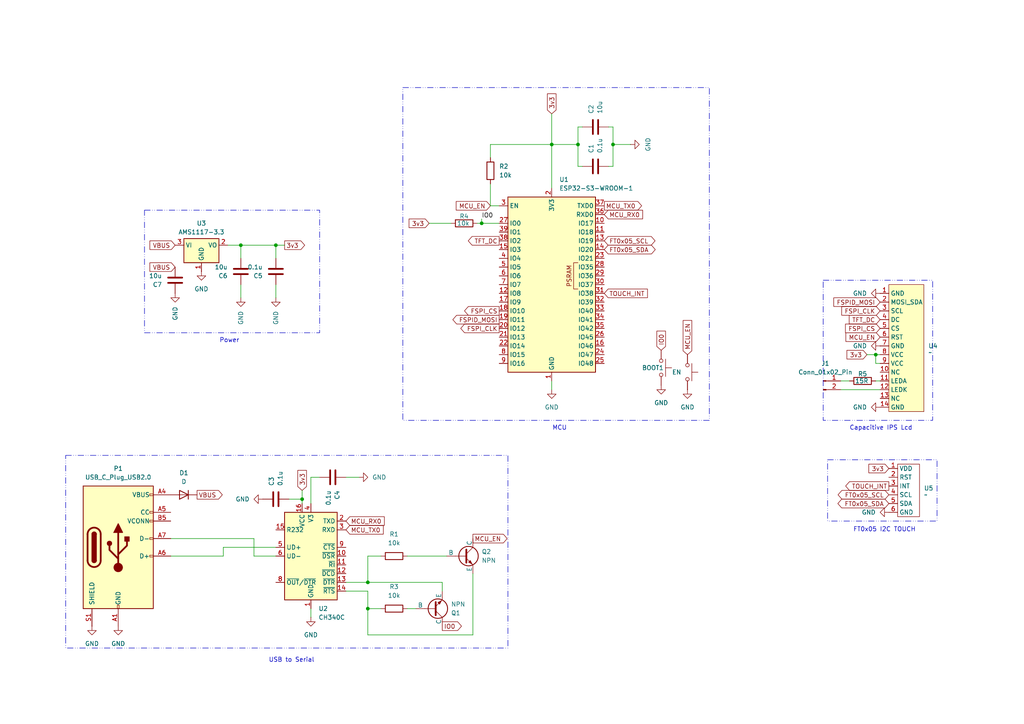
<source format=kicad_sch>
(kicad_sch (version 20231120) (generator "eeschema") (generator_version "8.0")
  (paper "A4")
  (title_block (title "esp32-ips-display") (date "2024-04-27") (rev "v0.1") (comment 9 "Author: Jubaid"))
  (lib_symbols
    (symbol "Connector:Conn_01x02_Pin" (pin_names (offset 1.016) hide)
      (property "Reference" "J" (at 0 2.54 0))
      (property "Value" "Conn_01x02_Pin" (at 0 -5.08 0))
      (symbol "Conn_01x02_Pin_1_1"
        (polyline (pts (xy 1.27 -2.54) (xy 0.8636 -2.54)) (stroke (width 0.1524)))
        (polyline (pts (xy 1.27 0) (xy 0.8636 0)) (stroke (width 0.1524)))
        (rectangle (start 0.8636 -2.413) (end 0 -2.667) (stroke (width 0.1524)) (fill (type outline)))
        (rectangle (start 0.8636 0.127) (end 0 -0.127) (stroke (width 0.1524)) (fill (type outline)))
        (pin passive line (at 5.08 0 180) (length 3.81) (name "Pin_1") (number "1"))
        (pin passive line (at 5.08 -2.54 180) (length 3.81) (name "Pin_2") (number "2"))
      )
    )
    (symbol "Connector:USB_C_Plug_USB2.0" (pin_names (offset 1.016))
      (property "Reference" "P" (at -10.16 19.05 0))
      (property "Value" "USB_C_Plug_USB2.0" (at 12.7 19.05 0))
      (symbol "USB_C_Plug_USB2.0_0_0"
        (rectangle (start -0.254 -17.78) (end 0.254 -16.764))
        (rectangle (start 10.16 -2.286) (end 9.144 -2.794))
        (rectangle (start 10.16 2.794) (end 9.144 2.286))
        (rectangle (start 10.16 7.874) (end 9.144 7.366))
        (rectangle (start 10.16 10.414) (end 9.144 9.906))
        (rectangle (start 10.16 15.494) (end 9.144 14.986))
      )
      (symbol "USB_C_Plug_USB2.0_0_1"
        (rectangle (start -10.16 17.78) (end 10.16 -17.78) (stroke (width 0.254)) (fill (type background)))
        (arc (start -8.89 -3.81) (mid -6.985 -5.7067) (end -5.08 -3.81) (stroke (width 0.508)))
        (arc (start -7.62 -3.81) (mid -6.985 -4.4423) (end -6.35 -3.81) (stroke (width 0.254)))
        (arc (start -7.62 -3.81) (mid -6.985 -4.4423) (end -6.35 -3.81) (stroke (width 0.254)) (fill (type outline)))
        (rectangle (start -7.62 -3.81) (end -6.35 3.81) (stroke (width 0.254)) (fill (type outline)))
        (arc (start -6.35 3.81) (mid -6.985 4.4423) (end -7.62 3.81) (stroke (width 0.254)))
        (arc (start -6.35 3.81) (mid -6.985 4.4423) (end -7.62 3.81) (stroke (width 0.254)) (fill (type outline)))
        (arc (start -5.08 3.81) (mid -6.985 5.7067) (end -8.89 3.81) (stroke (width 0.508)))
        (circle (center -2.54 1.143) (radius 0.635) (stroke (width 0.254)) (fill (type outline)))
        (circle (center 0 -5.842) (radius 1.27) (fill (type outline)))
        (polyline (pts (xy -8.89 -3.81) (xy -8.89 3.81)) (stroke (width 0.508)))
        (polyline (pts (xy -5.08 3.81) (xy -5.08 -3.81)) (stroke (width 0.508)))
        (polyline (pts (xy 0 -5.842) (xy 0 4.318)) (stroke (width 0.508)))
        (polyline (pts (xy 0 -3.302) (xy -2.54 -0.762) (xy -2.54 0.508)) (stroke (width 0.508)))
        (polyline (pts (xy 0 -2.032) (xy 2.54 0.508) (xy 2.54 1.778)) (stroke (width 0.508)))
        (polyline (pts (xy -1.27 4.318) (xy 0 6.858) (xy 1.27 4.318) (xy -1.27 4.318)) (stroke (width 0.254)) (fill (type outline)))
        (rectangle (start 1.905 1.778) (end 3.175 3.048) (stroke (width 0.254)) (fill (type outline)))
      )
      (symbol "USB_C_Plug_USB2.0_1_1"
        (pin passive line (at 0 -22.86 90) (length 5.08) (name "GND") (number "A1"))
        (pin passive line (at 0 -22.86 90) (length 5.08) hide (name "GND") (number "A12"))
        (pin passive line (at 15.24 15.24 180) (length 5.08) (name "VBUS") (number "A4"))
        (pin bidirectional line (at 15.24 10.16 180) (length 5.08) (name "CC") (number "A5"))
        (pin bidirectional line (at 15.24 -2.54 180) (length 5.08) (name "D+") (number "A6"))
        (pin bidirectional line (at 15.24 2.54 180) (length 5.08) (name "D-") (number "A7"))
        (pin passive line (at 15.24 15.24 180) (length 5.08) hide (name "VBUS") (number "A9"))
        (pin passive line (at 0 -22.86 90) (length 5.08) hide (name "GND") (number "B1"))
        (pin passive line (at 0 -22.86 90) (length 5.08) hide (name "GND") (number "B12"))
        (pin passive line (at 15.24 15.24 180) (length 5.08) hide (name "VBUS") (number "B4"))
        (pin bidirectional line (at 15.24 7.62 180) (length 5.08) (name "VCONN") (number "B5"))
        (pin passive line (at 15.24 15.24 180) (length 5.08) hide (name "VBUS") (number "B9"))
        (pin passive line (at -7.62 -22.86 90) (length 5.08) (name "SHIELD") (number "S1"))
      )
    )
    (symbol "Device:C" (pin_numbers hide) (pin_names (offset 0.254))
      (property "Reference" "C" (at 0.635 2.54 0))
      (property "Value" "C" (at 0.635 -2.54 0))
      (symbol "C_0_1"
        (polyline (pts (xy -2.032 -0.762) (xy 2.032 -0.762)) (stroke (width 0.508)))
        (polyline (pts (xy -2.032 0.762) (xy 2.032 0.762)) (stroke (width 0.508)))
      )
      (symbol "C_1_1"
        (pin passive line (at 0 3.81 270) (length 2.794) (name "~") (number "1"))
        (pin passive line (at 0 -3.81 90) (length 2.794) (name "~") (number "2"))
      )
    )
    (symbol "Device:D" (pin_numbers hide) (pin_names (offset 1.016) hide)
      (property "Reference" "D" (at 0 2.54 0))
      (property "Value" "D" (at 0 -2.54 0))
      (symbol "D_0_1"
        (polyline (pts (xy -1.27 1.27) (xy -1.27 -1.27)) (stroke (width 0.254)))
        (polyline (pts (xy 1.27 0) (xy -1.27 0)))
        (polyline (pts (xy 1.27 1.27) (xy 1.27 -1.27) (xy -1.27 0) (xy 1.27 1.27)) (stroke (width 0.254)))
      )
      (symbol "D_1_1"
        (pin passive line (at -3.81 0 0) (length 2.54) (name "K") (number "1"))
        (pin passive line (at 3.81 0 180) (length 2.54) (name "A") (number "2"))
      )
    )
    (symbol "Device:R" (pin_numbers hide) (pin_names (offset 0))
      (property "Reference" "R" (at 2.032 0 90))
      (property "Value" "R" (at 0 0 90))
      (symbol "R_0_1"
        (rectangle (start -1.016 -2.54) (end 1.016 2.54) (stroke (width 0.254)))
      )
      (symbol "R_1_1"
        (pin passive line (at 0 3.81 270) (length 1.27) (name "~") (number "1"))
        (pin passive line (at 0 -3.81 90) (length 1.27) (name "~") (number "2"))
      )
    )
    (symbol "Interface_USB:CH340C"
      (property "Reference" "U" (at -5.08 13.97 0))
      (property "Value" "CH340C" (at 1.27 13.97 0))
      (symbol "CH340C_0_1"
        (rectangle (start -7.62 12.7) (end 7.62 -12.7) (stroke (width 0.254)) (fill (type background)))
      )
      (symbol "CH340C_1_1"
        (pin power_in line (at 0 -15.24 90) (length 2.54) (name "GND") (number "1"))
        (pin input line (at 10.16 0 180) (length 2.54) (name "~{DSR}") (number "10"))
        (pin input line (at 10.16 -2.54 180) (length 2.54) (name "~{RI}") (number "11"))
        (pin input line (at 10.16 -5.08 180) (length 2.54) (name "~{DCD}") (number "12"))
        (pin output line (at 10.16 -7.62 180) (length 2.54) (name "~{DTR}") (number "13"))
        (pin output line (at 10.16 -10.16 180) (length 2.54) (name "~{RTS}") (number "14"))
        (pin input line (at -10.16 7.62 0) (length 2.54) (name "R232") (number "15"))
        (pin power_in line (at -2.54 15.24 270) (length 2.54) (name "VCC") (number "16"))
        (pin output line (at 10.16 10.16 180) (length 2.54) (name "TXD") (number "2"))
        (pin input line (at 10.16 7.62 180) (length 2.54) (name "RXD") (number "3"))
        (pin power_out line (at 0 15.24 270) (length 2.54) (name "V3") (number "4"))
        (pin bidirectional line (at -10.16 2.54 0) (length 2.54) (name "UD+") (number "5"))
        (pin bidirectional line (at -10.16 0 0) (length 2.54) (name "UD-") (number "6"))
        (pin no_connect line (at -7.62 -5.08 0) (length 2.54) hide (name "NC") (number "7"))
        (pin output line (at -10.16 -7.62 0) (length 2.54) (name "~{OUT}/~{DTR}") (number "8"))
        (pin input line (at 10.16 2.54 180) (length 2.54) (name "~{CTS}") (number "9"))
      )
    )
    (symbol "RF_Module:ESP32-S3-WROOM-1"
      (property "Reference" "U" (at -12.7 26.67 0))
      (property "Value" "ESP32-S3-WROOM-1" (at 12.7 26.67 0))
      (symbol "ESP32-S3-WROOM-1_0_0"
        (rectangle (start -12.7 25.4) (end 12.7 -25.4) (stroke (width 0.254)) (fill (type background)))
        (text "PSRAM" (at 5.08 2.54 900) (effects (font (size 1.27 1.27))))
      )
      (symbol "ESP32-S3-WROOM-1_0_1"
        (polyline (pts (xy 7.62 -1.27) (xy 6.35 -1.27) (xy 6.35 6.35) (xy 7.62 6.35)))
      )
      (symbol "ESP32-S3-WROOM-1_1_1"
        (pin power_in line (at 0 -27.94 90) (length 2.54) (name "GND") (number "1"))
        (pin bidirectional line (at 15.24 17.78 180) (length 2.54) (name "IO17") (number "10"))
        (pin bidirectional line (at 15.24 15.24 180) (length 2.54) (name "IO18") (number "11"))
        (pin bidirectional line (at -15.24 -2.54 0) (length 2.54) (name "IO8") (number "12"))
        (pin bidirectional line (at 15.24 12.7 180) (length 2.54) (name "IO19") (number "13"))
        (pin bidirectional line (at 15.24 10.16 180) (length 2.54) (name "IO20") (number "14"))
        (pin bidirectional line (at -15.24 10.16 0) (length 2.54) (name "IO3") (number "15"))
        (pin bidirectional line (at 15.24 -17.78 180) (length 2.54) (name "IO46") (number "16"))
        (pin bidirectional line (at -15.24 -5.08 0) (length 2.54) (name "IO9") (number "17"))
        (pin bidirectional line (at -15.24 -7.62 0) (length 2.54) (name "IO10") (number "18"))
        (pin bidirectional line (at -15.24 -10.16 0) (length 2.54) (name "IO11") (number "19"))
        (pin power_in line (at 0 27.94 270) (length 2.54) (name "3V3") (number "2"))
        (pin bidirectional line (at -15.24 -12.7 0) (length 2.54) (name "IO12") (number "20"))
        (pin bidirectional line (at -15.24 -15.24 0) (length 2.54) (name "IO13") (number "21"))
        (pin bidirectional line (at -15.24 -17.78 0) (length 2.54) (name "IO14") (number "22"))
        (pin bidirectional line (at 15.24 7.62 180) (length 2.54) (name "IO21") (number "23"))
        (pin bidirectional line (at 15.24 -20.32 180) (length 2.54) (name "IO47") (number "24"))
        (pin bidirectional line (at 15.24 -22.86 180) (length 2.54) (name "IO48") (number "25"))
        (pin bidirectional line (at 15.24 -15.24 180) (length 2.54) (name "IO45") (number "26"))
        (pin bidirectional line (at -15.24 17.78 0) (length 2.54) (name "IO0") (number "27"))
        (pin bidirectional line (at 15.24 5.08 180) (length 2.54) (name "IO35") (number "28"))
        (pin bidirectional line (at 15.24 2.54 180) (length 2.54) (name "IO36") (number "29"))
        (pin input line (at -15.24 22.86 0) (length 2.54) (name "EN") (number "3"))
        (pin bidirectional line (at 15.24 0 180) (length 2.54) (name "IO37") (number "30"))
        (pin bidirectional line (at 15.24 -2.54 180) (length 2.54) (name "IO38") (number "31"))
        (pin bidirectional line (at 15.24 -5.08 180) (length 2.54) (name "IO39") (number "32"))
        (pin bidirectional line (at 15.24 -7.62 180) (length 2.54) (name "IO40") (number "33"))
        (pin bidirectional line (at 15.24 -10.16 180) (length 2.54) (name "IO41") (number "34"))
        (pin bidirectional line (at 15.24 -12.7 180) (length 2.54) (name "IO42") (number "35"))
        (pin bidirectional line (at 15.24 20.32 180) (length 2.54) (name "RXD0") (number "36"))
        (pin bidirectional line (at 15.24 22.86 180) (length 2.54) (name "TXD0") (number "37"))
        (pin bidirectional line (at -15.24 12.7 0) (length 2.54) (name "IO2") (number "38"))
        (pin bidirectional line (at -15.24 15.24 0) (length 2.54) (name "IO1") (number "39"))
        (pin bidirectional line (at -15.24 7.62 0) (length 2.54) (name "IO4") (number "4"))
        (pin passive line (at 0 -27.94 90) (length 2.54) hide (name "GND") (number "40"))
        (pin passive line (at 0 -27.94 90) (length 2.54) hide (name "GND") (number "41"))
        (pin bidirectional line (at -15.24 5.08 0) (length 2.54) (name "IO5") (number "5"))
        (pin bidirectional line (at -15.24 2.54 0) (length 2.54) (name "IO6") (number "6"))
        (pin bidirectional line (at -15.24 0 0) (length 2.54) (name "IO7") (number "7"))
        (pin bidirectional line (at -15.24 -20.32 0) (length 2.54) (name "IO15") (number "8"))
        (pin bidirectional line (at -15.24 -22.86 0) (length 2.54) (name "IO16") (number "9"))
      )
    )
    (symbol "Regulator_Linear:AMS1117-3.3"
      (property "Reference" "U" (at -3.81 3.175 0))
      (property "Value" "AMS1117-3.3" (at 0 3.175 0))
      (symbol "AMS1117-3.3_0_1"
        (rectangle (start -5.08 -5.08) (end 5.08 1.905) (stroke (width 0.254)) (fill (type background)))
      )
      (symbol "AMS1117-3.3_1_1"
        (pin power_in line (at 0 -7.62 90) (length 2.54) (name "GND") (number "1"))
        (pin power_out line (at 7.62 0 180) (length 2.54) (name "VO") (number "2"))
        (pin power_in line (at -7.62 0 0) (length 2.54) (name "VI") (number "3"))
      )
    )
    (symbol "Simulation_SPICE:NPN" (pin_numbers hide) (pin_names (offset 0))
      (property "Reference" "Q" (at -2.54 7.62 0))
      (property "Value" "NPN" (at -2.54 5.08 0))
      (symbol "NPN_0_1"
        (polyline (pts (xy -2.54 0) (xy 0.635 0)) (stroke (width 0.1524)))
        (polyline (pts (xy 0.635 0.635) (xy 2.54 2.54)))
        (polyline (pts (xy 2.794 -1.27) (xy 2.794 -1.27)) (stroke (width 0.1524)))
        (polyline (pts (xy 2.794 -1.27) (xy 2.794 -1.27)) (stroke (width 0.1524)))
        (polyline (pts (xy 0.635 -0.635) (xy 2.54 -2.54) (xy 2.54 -2.54)))
        (polyline (pts (xy 0.635 1.905) (xy 0.635 -1.905) (xy 0.635 -1.905)) (stroke (width 0.508)))
        (polyline (pts (xy 1.27 -1.778) (xy 1.778 -1.27) (xy 2.286 -2.286) (xy 1.27 -1.778) (xy 1.27 -1.778)) (fill (type outline)))
        (circle (center 1.27 0) (radius 2.8194) (stroke (width 0.254)))
      )
      (symbol "NPN_1_1"
        (pin open_collector line (at 2.54 5.08 270) (length 2.54) (name "C") (number "1"))
        (pin input line (at -5.08 0 0) (length 2.54) (name "B") (number "2"))
        (pin open_emitter line (at 2.54 -5.08 90) (length 2.54) (name "E") (number "3"))
      )
    )
    (symbol "Switch:SW_Push" (pin_numbers hide) (pin_names (offset 1.016) hide)
      (property "Reference" "SW" (at 1.27 2.54 0))
      (property "Value" "SW_Push" (at 0 -1.524 0))
      (symbol "SW_Push_0_1"
        (circle (center -2.032 0) (radius 0.508))
        (polyline (pts (xy 0 1.27) (xy 0 3.048)))
        (polyline (pts (xy 2.54 1.27) (xy -2.54 1.27)))
        (circle (center 2.032 0) (radius 0.508))
        (pin passive line (at -5.08 0 0) (length 2.54) (name "1") (number "1"))
        (pin passive line (at 5.08 0 180) (length 2.54) (name "2") (number "2"))
      )
    )
    (symbol "ips_lcd_14pin:fpc_14_0.5"
      (property "Reference" "U" (at 1.27 -18.796 0))
      (symbol "fpc_14_0.5_1_1"
        (rectangle (start 0 19.05) (end 10.16 -17.78) (fill (type background)))
        (pin input line (at -2.54 16.51 0) (length 2.54) (name "GND") (number "1"))
        (pin input line (at -2.54 -6.35 0) (length 2.54) (name "NC") (number "10"))
        (pin input line (at -2.54 -8.89 0) (length 2.54) (name "LEDA") (number "11"))
        (pin input line (at -2.54 -11.43 0) (length 2.54) (name "LEDK") (number "12"))
        (pin input line (at -2.54 -13.97 0) (length 2.54) (name "NC") (number "13"))
        (pin input line (at -2.54 -16.51 0) (length 2.54) (name "GND") (number "14"))
        (pin input line (at -2.54 13.97 0) (length 2.54) (name "MOSI_SDA") (number "2"))
        (pin input line (at -2.54 11.43 0) (length 2.54) (name "SCL") (number "3"))
        (pin input line (at -2.54 8.89 0) (length 2.54) (name "DC") (number "4"))
        (pin input line (at -2.54 6.35 0) (length 2.54) (name "CS") (number "5"))
        (pin input line (at -2.54 3.81 0) (length 2.54) (name "RST") (number "6"))
        (pin input line (at -2.54 1.27 0) (length 2.54) (name "GND") (number "7"))
        (pin input line (at -2.54 -1.27 0) (length 2.54) (name "VCC") (number "8"))
        (pin input line (at -2.54 -3.81 0) (length 2.54) (name "VCC") (number "9"))
      )
    )
    (symbol "ips_lcd_14pin:ft0x05_touch"
      (property "Reference" "U" (at 3.048 -8.636 0))
      (symbol "ft0x05_touch_0_1"
        (rectangle (start 0 7.62) (end 6.35 -7.62))
      )
      (symbol "ft0x05_touch_1_1"
        (pin power_in line (at -2.54 6.35 0) (length 2.54) (name "VDD") (number "1"))
        (pin input line (at -2.54 3.81 0) (length 2.54) (name "RST") (number "2"))
        (pin output line (at -2.54 1.27 0) (length 2.54) (name "INT") (number "3"))
        (pin bidirectional line (at -2.54 -1.27 0) (length 2.54) (name "SCL") (number "4"))
        (pin bidirectional line (at -2.54 -3.81 0) (length 2.54) (name "SDA") (number "5"))
        (pin power_in line (at -2.54 -6.35 0) (length 2.54) (name "GND") (number "6"))
      )
    )
    (symbol "power:GND" (power) (pin_numbers hide) (pin_names (offset 0) hide)
      (property "Value" "GND" (at 0 -3.81 0))
      (symbol "GND_0_1"
        (polyline (pts (xy 0 0) (xy 0 -1.27) (xy 1.27 -1.27) (xy 0 -2.54) (xy -1.27 -1.27) (xy 0 -1.27)))
      )
      (symbol "GND_1_1"
        (pin power_in line (at 0 0 270) (length 0) (name "~") (number "1"))
      )
    )
  )
  (junction (at 87.63 144.78))
  (junction (at 139.7 64.77))
  (junction (at 254 102.87))
  (junction (at 106.68 168.91))
  (junction (at 167.64 41.91))
  (junction (at 160.02 41.91))
  (junction (at 177.8 41.91))
  (junction (at 69.85 71.12))
  (junction (at 106.68 176.53))
  (junction (at 80.01 71.12))
  (wire (pts (xy 160.02 110.49) (xy 160.02 113.03)))
  (wire (pts (xy 167.64 41.91) (xy 167.64 36.83)))
  (wire (pts (xy 243.84 113.03) (xy 255.27 113.03)))
  (wire (pts (xy 177.8 41.91) (xy 182.88 41.91)))
  (wire (pts (xy 142.24 59.69) (xy 144.78 59.69)))
  (wire (pts (xy 106.68 184.15) (xy 106.68 176.53)))
  (wire (pts (xy 90.17 146.05) (xy 90.17 138.43)))
  (wire (pts (xy 106.68 176.53) (xy 106.68 171.45)))
  (wire (pts (xy 110.49 176.53) (xy 106.68 176.53)))
  (wire (pts (xy 254 105.41) (xy 254 102.87)))
  (wire (pts (xy 167.64 36.83) (xy 168.91 36.83)))
  (wire (pts (xy 128.27 171.45) (xy 128.27 168.91)))
  (wire (pts (xy 254 110.49) (xy 255.27 110.49)))
  (wire (pts (xy 73.66 161.29) (xy 80.01 161.29)))
  (wire (pts (xy 90.17 176.53) (xy 90.17 179.07)))
  (wire (pts (xy 49.53 156.21) (xy 73.66 156.21)))
  (wire (pts (xy 104.14 138.43) (xy 100.33 138.43)))
  (wire (pts (xy 66.04 71.12) (xy 69.85 71.12)))
  (wire (pts (xy 177.8 41.91) (xy 177.8 36.83)))
  (wire (pts (xy 106.68 171.45) (xy 100.33 171.45)))
  (wire (pts (xy 142.24 45.72) (xy 142.24 41.91)))
  (wire (pts (xy 176.53 48.26) (xy 177.8 48.26)))
  (wire (pts (xy 142.24 53.34) (xy 142.24 59.69)))
  (wire (pts (xy 137.16 166.37) (xy 137.16 184.15)))
  (wire (pts (xy 137.16 184.15) (xy 106.68 184.15)))
  (wire (pts (xy 80.01 86.36) (xy 80.01 82.55)))
  (wire (pts (xy 160.02 41.91) (xy 167.64 41.91)))
  (wire (pts (xy 69.85 86.36) (xy 69.85 82.55)))
  (wire (pts (xy 49.53 161.29) (xy 64.77 161.29)))
  (wire (pts (xy 124.46 64.77) (xy 130.81 64.77)))
  (wire (pts (xy 255.27 105.41) (xy 254 105.41)))
  (wire (pts (xy 64.77 161.29) (xy 64.77 158.75)))
  (wire (pts (xy 106.68 161.29) (xy 110.49 161.29)))
  (wire (pts (xy 80.01 71.12) (xy 80.01 74.93)))
  (wire (pts (xy 106.68 161.29) (xy 106.68 168.91)))
  (wire (pts (xy 168.91 48.26) (xy 167.64 48.26)))
  (wire (pts (xy 73.66 156.21) (xy 73.66 161.29)))
  (wire (pts (xy 142.24 41.91) (xy 160.02 41.91)))
  (wire (pts (xy 243.84 110.49) (xy 246.38 110.49)))
  (wire (pts (xy 177.8 48.26) (xy 177.8 41.91)))
  (wire (pts (xy 128.27 168.91) (xy 106.68 168.91)))
  (wire (pts (xy 138.43 64.77) (xy 139.7 64.77)))
  (wire (pts (xy 167.64 48.26) (xy 167.64 41.91)))
  (wire (pts (xy 83.82 144.78) (xy 87.63 144.78)))
  (wire (pts (xy 160.02 41.91) (xy 160.02 54.61)))
  (wire (pts (xy 139.7 64.77) (xy 144.78 64.77)))
  (wire (pts (xy 90.17 138.43) (xy 92.71 138.43)))
  (wire (pts (xy 87.63 144.78) (xy 87.63 146.05)))
  (wire (pts (xy 176.53 36.83) (xy 177.8 36.83)))
  (wire (pts (xy 69.85 71.12) (xy 69.85 74.93)))
  (wire (pts (xy 69.85 71.12) (xy 80.01 71.12)))
  (wire (pts (xy 80.01 71.12) (xy 82.55 71.12)))
  (wire (pts (xy 106.68 168.91) (xy 100.33 168.91)))
  (wire (pts (xy 139.7 63.5) (xy 139.7 64.77)))
  (wire (pts (xy 254 102.87) (xy 255.27 102.87)))
  (wire (pts (xy 118.11 161.29) (xy 129.54 161.29)))
  (wire (pts (xy 64.77 158.75) (xy 80.01 158.75)))
  (wire (pts (xy 87.63 142.24) (xy 87.63 144.78)))
  (wire (pts (xy 160.02 33.02) (xy 160.02 41.91)))
  (wire (pts (xy 251.46 102.87) (xy 254 102.87)))
  (wire (pts (xy 118.11 176.53) (xy 120.65 176.53)))
  (rectangle (start 238.76 81.28) (end 270.51 121.92) (stroke (width 0) (type dash_dot_dot)))
  (rectangle (start 41.91 60.96) (end 92.71 96.52) (stroke (width 0) (type dash_dot_dot)))
  (rectangle (start 19.05 132.08) (end 147.32 187.96) (stroke (width 0) (type dash_dot_dot)))
  (rectangle (start 240.03 133.35) (end 271.78 151.13) (stroke (width 0) (type dash_dot_dot)))
  (rectangle (start 116.84 25.4) (end 205.74 121.92) (stroke (width 0) (type dash_dot_dot)))
  (text "Power" (at 66.548 98.806 0) (effects (font (size 1.27 1.27))))
  (text "MCU" (at 162.306 124.206 0) (effects (font (size 1.27 1.27))))
  (text "USB to Serial" (at 84.582 191.516 0) (effects (font (size 1.27 1.27))))
  (text "FT0x05 I2C TOUCH" (at 256.54 153.67 0) (effects (font (size 1.27 1.27))))
  (text "Capacitive IPS Lcd" (at 255.524 124.206 0) (effects (font (size 1.27 1.27))))
  (label "IO0" (at 139.7 63.5 0))
  (global_label "VBUS" (shape input) (at 50.8 77.47 180) (property "Intersheetrefs" "${INTERSHEET_REFS}" (effects (hide yes))))
  (global_label "VBUS" (shape output) (at 57.15 143.51 0) (property "Intersheetrefs" "${INTERSHEET_REFS}" (effects (hide yes))))
  (global_label "TFT_DC" (shape output) (at 144.78 69.85 180) (property "Intersheetrefs" "${INTERSHEET_REFS}" (effects (hide yes))))
  (global_label "FSPI_CLK" (shape output) (at 144.78 95.25 180) (property "Intersheetrefs" "${INTERSHEET_REFS}" (effects (hide yes))))
  (global_label "3v3" (shape input) (at 251.46 102.87 180) (property "Intersheetrefs" "${INTERSHEET_REFS}" (effects (hide yes))))
  (global_label "3v3" (shape input) (at 87.63 142.24 90) (property "Intersheetrefs" "${INTERSHEET_REFS}" (effects (hide yes))))
  (global_label "FT0x05_SCL" (shape bidirectional) (at 175.26 69.85 0) (property "Intersheetrefs" "${INTERSHEET_REFS}" (effects (hide yes))))
  (global_label "FSPI_CS" (shape input) (at 255.27 95.25 180) (property "Intersheetrefs" "${INTERSHEET_REFS}" (effects (hide yes))))
  (global_label "FSPI_CS" (shape output) (at 144.78 90.17 180) (property "Intersheetrefs" "${INTERSHEET_REFS}" (effects (hide yes))))
  (global_label "FT0x05_SDA" (shape bidirectional) (at 257.81 146.05 180) (property "Intersheetrefs" "${INTERSHEET_REFS}" (effects (hide yes))))
  (global_label "MCU_EN" (shape output) (at 137.16 156.21 0) (property "Intersheetrefs" "${INTERSHEET_REFS}" (effects (hide yes))))
  (global_label "MCU_RX0" (shape input) (at 175.26 62.23 0) (property "Intersheetrefs" "${INTERSHEET_REFS}" (effects (hide yes))))
  (global_label "3v3" (shape input) (at 160.02 33.02 90) (property "Intersheetrefs" "${INTERSHEET_REFS}" (effects (hide yes))))
  (global_label "MCU_EN" (shape input) (at 255.27 97.79 180) (property "Intersheetrefs" "${INTERSHEET_REFS}" (effects (hide yes))))
  (global_label "VBUS" (shape input) (at 50.8 71.12 180) (property "Intersheetrefs" "${INTERSHEET_REFS}" (effects (hide yes))))
  (global_label "3v3" (shape input) (at 124.46 64.77 180) (property "Intersheetrefs" "${INTERSHEET_REFS}" (effects (hide yes))))
  (global_label "TOUCH_INT" (shape input) (at 175.26 85.09 0) (property "Intersheetrefs" "${INTERSHEET_REFS}" (effects (hide yes))))
  (global_label "FSPI_CLK" (shape input) (at 255.27 90.17 180) (property "Intersheetrefs" "${INTERSHEET_REFS}" (effects (hide yes))))
  (global_label "3v3" (shape input) (at 257.81 135.89 180) (property "Intersheetrefs" "${INTERSHEET_REFS}" (effects (hide yes))))
  (global_label "IO0" (shape output) (at 128.27 181.61 0) (property "Intersheetrefs" "${INTERSHEET_REFS}" (effects (hide yes))))
  (global_label "MCU_RX0" (shape input) (at 100.33 151.13 0) (property "Intersheetrefs" "${INTERSHEET_REFS}" (effects (hide yes))))
  (global_label "FSPID_MOSI" (shape input) (at 255.27 87.63 180) (property "Intersheetrefs" "${INTERSHEET_REFS}" (effects (hide yes))))
  (global_label "MCU_TX0" (shape input) (at 100.33 153.67 0) (property "Intersheetrefs" "${INTERSHEET_REFS}" (effects (hide yes))))
  (global_label "IO0" (shape input) (at 191.77 101.6 90) (property "Intersheetrefs" "${INTERSHEET_REFS}" (effects (hide yes))))
  (global_label "FT0x05_SDA" (shape bidirectional) (at 175.26 72.39 0) (property "Intersheetrefs" "${INTERSHEET_REFS}" (effects (hide yes))))
  (global_label "FSPID_MOSI" (shape output) (at 144.78 92.71 180) (property "Intersheetrefs" "${INTERSHEET_REFS}" (effects (hide yes))))
  (global_label "TFT_DC" (shape input) (at 255.27 92.71 180) (property "Intersheetrefs" "${INTERSHEET_REFS}" (effects (hide yes))))
  (global_label "3v3" (shape output) (at 82.55 71.12 0) (property "Intersheetrefs" "${INTERSHEET_REFS}" (effects (hide yes))))
  (global_label "MCU_EN" (shape input) (at 142.24 59.69 180) (property "Intersheetrefs" "${INTERSHEET_REFS}" (effects (hide yes))))
  (global_label "TOUCH_INT" (shape output) (at 257.81 140.97 180) (property "Intersheetrefs" "${INTERSHEET_REFS}" (effects (hide yes))))
  (global_label "MCU_EN" (shape input) (at 199.39 102.87 90) (property "Intersheetrefs" "${INTERSHEET_REFS}" (effects (hide yes))))
  (global_label "MCU_TX0" (shape output) (at 175.26 59.69 0) (property "Intersheetrefs" "${INTERSHEET_REFS}" (effects (hide yes))))
  (global_label "FT0x05_SCL" (shape bidirectional) (at 257.81 143.51 180) (property "Intersheetrefs" "${INTERSHEET_REFS}" (effects (hide yes))))
  (symbol (lib_id "Connector:USB_C_Plug_USB2.0") (at 34.29 158.75 0) (unit 1)
    (property "Reference" "P1" (at 34.29 135.89 0))
    (property "Value" "USB_C_Plug_USB2.0" (at 34.29 138.43 0))
    (property "Footprint" "Connector_USB:USB_C_Receptacle_GCT_USB4110" (effects (hide yes)))
    (property "Datasheet" "https://www.usb.org/sites/default/files/documents/usb_type-c.zip" (effects (hide yes)))
    (property "Description" "USB 2.0-only Type-C Plug connector" (effects (hide yes)))
  )
  (symbol (lib_id "Device:C") (at 80.01 144.78 90) (unit 1)
    (property "Reference" "C3" (at 78.7399 140.97 0) (effects (justify left)))
    (property "Value" "0.1u" (at 81.2799 140.97 0) (effects (justify left)))
    (property "Footprint" "Capacitor_SMD:C_0805_2012Metric" (effects (hide yes)))
    (property "Description" "Unpolarized capacitor" (effects (hide yes)))
  )
  (symbol (lib_id "Device:R") (at 114.3 161.29 90) (unit 1)
    (property "Reference" "R1" (at 114.3 154.94 90))
    (property "Value" "10k" (at 114.3 157.48 90))
    (property "Footprint" "Resistor_SMD:R_0805_2012Metric" (effects (hide yes)))
    (property "Description" "Resistor" (effects (hide yes)))
  )
  (symbol (lib_id "Device:C") (at 172.72 48.26 90) (unit 1)
    (property "Reference" "C1" (at 171.4499 44.45 0) (effects (justify left)))
    (property "Value" "0.1u" (at 173.9899 44.45 0) (effects (justify left)))
    (property "Footprint" "Capacitor_SMD:C_0805_2012Metric" (effects (hide yes)))
    (property "Description" "Unpolarized capacitor" (effects (hide yes)))
  )
  (symbol (lib_id "Device:D") (at 53.34 143.51 180) (unit 1)
    (property "Reference" "D1" (at 53.34 137.16 0))
    (property "Value" "D" (at 53.34 139.7 0))
    (property "Footprint" "Diode_SMD:D_0805_2012Metric" (effects (hide yes)))
    (property "Description" "Diode" (effects (hide yes)))
    (property "Sim.Device" "D" (effects (hide yes)))
    (property "Sim.Pins" "1=K 2=A" (effects (hide yes)))
  )
  (symbol (lib_id "Simulation_SPICE:NPN") (at 134.62 161.29 0) (unit 1)
    (property "Reference" "Q2" (at 139.7 160.0199 0) (effects (justify left)))
    (property "Value" "NPN" (at 139.7 162.5599 0) (effects (justify left)))
    (property "Footprint" "Package_TO_SOT_SMD:SOT-1123" (effects (hide yes)))
    (property "Datasheet" "https://ngspice.sourceforge.io/docs/ngspice-html-manual/manual.xhtml#cha_BJTs" (effects (hide yes)))
    (property "Description" "Bipolar transistor symbol for simulation only, substrate tied to the emitter" (effects (hide yes)))
    (property "Sim.Device" "NPN" (effects (hide yes)))
    (property "Sim.Type" "GUMMELPOON" (effects (hide yes)))
    (property "Sim.Pins" "1=C 2=B 3=E" (effects (hide yes)))
  )
  (symbol (lib_id "power:GND") (at 26.67 181.61 0) (unit 1)
    (property "Reference" "#PWR09" (effects (hide yes)))
    (property "Value" "GND" (at 26.67 186.69 0))
    (property "Description" "Power symbol creates a global label with name \"GND\" , ground" (effects (hide yes)))
  )
  (symbol (lib_id "Device:R") (at 114.3 176.53 270) (unit 1)
    (property "Reference" "R3" (at 114.3 170.18 90))
    (property "Value" "10k" (at 114.3 172.72 90))
    (property "Footprint" "Resistor_SMD:R_0805_2012Metric" (effects (hide yes)))
    (property "Description" "Resistor" (effects (hide yes)))
  )
  (symbol (lib_id "Device:C") (at 172.72 36.83 90) (unit 1)
    (property "Reference" "C2" (at 171.4499 33.02 0) (effects (justify left)))
    (property "Value" "10u" (at 173.9899 33.02 0) (effects (justify left)))
    (property "Footprint" "Capacitor_SMD:C_0805_2012Metric" (effects (hide yes)))
    (property "Description" "Unpolarized capacitor" (effects (hide yes)))
  )
  (symbol (lib_id "power:GND") (at 76.2 144.78 270) (unit 1)
    (property "Reference" "#PWR02" (effects (hide yes)))
    (property "Value" "GND" (at 72.39 144.7799 90) (effects (justify right)))
    (property "Description" "Power symbol creates a global label with name \"GND\" , ground" (effects (hide yes)))
  )
  (symbol (lib_id "Switch:SW_Push") (at 191.77 106.68 270) (unit 1)
    (property "Reference" "BOOT1" (at 186.182 106.68 90) (effects (justify left)))
    (property "Value" "BOOT" (effects (hide yes)))
    (property "Footprint" "Button_Switch_SMD:SW_Push_1P1T_NO_CK_KMR2" (effects (hide yes)))
    (property "Description" "Push button switch, generic, two pins" (effects (hide yes)))
  )
  (symbol (lib_id "power:GND") (at 90.17 179.07 0) (unit 1)
    (property "Reference" "#PWR05" (effects (hide yes)))
    (property "Value" "GND" (at 90.17 184.15 0))
    (property "Description" "Power symbol creates a global label with name \"GND\" , ground" (effects (hide yes)))
  )
  (symbol (lib_id "power:GND") (at 58.42 78.74 0) (unit 1)
    (property "Reference" "#PWR07" (effects (hide yes)))
    (property "Value" "GND" (at 58.42 83.82 0))
    (property "Description" "Power symbol creates a global label with name \"GND\" , ground" (effects (hide yes)))
  )
  (symbol (lib_id "power:GND") (at 69.85 86.36 0) (unit 1)
    (property "Reference" "#PWR011" (effects (hide yes)))
    (property "Value" "GND" (at 69.8499 90.17 90) (effects (justify right)))
    (property "Description" "Power symbol creates a global label with name \"GND\" , ground" (effects (hide yes)))
  )
  (symbol (lib_id "Switch:SW_Push") (at 199.39 107.95 270) (unit 1)
    (property "Reference" "EN1" (effects (hide yes)))
    (property "Value" "EN" (at 197.612 107.95 90) (effects (justify right)))
    (property "Footprint" "Button_Switch_SMD:SW_Push_1P1T_NO_CK_KMR2" (effects (hide yes)))
    (property "Description" "Push button switch, generic, two pins" (effects (hide yes)))
  )
  (symbol (lib_id "Device:C") (at 69.85 78.74 180) (unit 1)
    (property "Reference" "C6" (at 66.04 80.0101 0) (effects (justify left)))
    (property "Value" "10u" (at 66.04 77.4701 0) (effects (justify left)))
    (property "Footprint" "Capacitor_SMD:C_0805_2012Metric" (effects (hide yes)))
    (property "Description" "Unpolarized capacitor" (effects (hide yes)))
  )
  (symbol (lib_id "Device:R") (at 134.62 64.77 270) (unit 1)
    (property "Reference" "R4" (at 134.62 62.738 90))
    (property "Value" "10k" (at 134.366 64.77 90))
    (property "Footprint" "Resistor_SMD:R_0805_2012Metric" (effects (hide yes)))
    (property "Description" "Resistor" (effects (hide yes)))
  )
  (symbol (lib_id "power:GND") (at 257.81 148.59 270) (unit 1)
    (property "Reference" "#PWR017" (effects (hide yes)))
    (property "Value" "GND" (at 254 148.5899 90) (effects (justify right)))
    (property "Description" "Power symbol creates a global label with name \"GND\" , ground" (effects (hide yes)))
  )
  (symbol (lib_id "power:GND") (at 255.27 100.33 270) (unit 1)
    (property "Reference" "#PWR015" (effects (hide yes)))
    (property "Value" "GND" (at 251.46 100.3299 90) (effects (justify right)))
    (property "Description" "Power symbol creates a global label with name \"GND\" , ground" (effects (hide yes)))
  )
  (symbol (lib_id "Device:R") (at 250.19 110.49 270) (unit 1)
    (property "Reference" "R5" (at 250.19 108.458 90))
    (property "Value" "15R" (at 249.936 110.49 90))
    (property "Footprint" "Resistor_SMD:R_0805_2012Metric" (effects (hide yes)))
    (property "Description" "Resistor" (effects (hide yes)))
  )
  (symbol (lib_id "Device:C") (at 96.52 138.43 270) (unit 1)
    (property "Reference" "C4" (at 97.7901 142.24 0) (effects (justify left)))
    (property "Value" "0.1u" (at 95.2501 142.24 0) (effects (justify left)))
    (property "Footprint" "Capacitor_SMD:C_0805_2012Metric" (effects (hide yes)))
    (property "Description" "Unpolarized capacitor" (effects (hide yes)))
  )
  (symbol (lib_id "Regulator_Linear:AMS1117-3.3") (at 58.42 71.12 0) (unit 1)
    (property "Reference" "U3" (at 58.42 64.77 0))
    (property "Value" "AMS1117-3.3" (at 58.42 67.31 0))
    (property "Footprint" "Package_TO_SOT_SMD:SOT-223-3_TabPin2" (effects (hide yes)))
    (property "Datasheet" "http://www.advanced-monolithic.com/pdf/ds1117.pdf" (effects (hide yes)))
    (property "Description" "1A Low Dropout regulator, positive, 3.3V fixed output, SOT-223" (effects (hide yes)))
  )
  (symbol (lib_id "ips_lcd_14pin:fpc_14_0.5") (at 257.81 101.6 0) (unit 1)
    (property "Reference" "U4" (at 269.24 100.3299 0) (effects (justify left)))
    (property "Value" "~" (at 269.24 102.235 0) (effects (justify left)))
    (property "Footprint" "ips_lcd_14_pin:fpc_14_0.5" (effects (hide yes)))
  )
  (symbol (lib_id "power:GND") (at 104.14 138.43 90) (unit 1)
    (property "Reference" "#PWR06" (effects (hide yes)))
    (property "Value" "GND" (at 107.95 138.4301 90) (effects (justify right)))
    (property "Description" "Power symbol creates a global label with name \"GND\" , ground" (effects (hide yes)))
  )
  (symbol (lib_id "Interface_USB:CH340C") (at 90.17 161.29 0) (unit 1)
    (property "Reference" "U2" (at 92.3641 176.53 0) (effects (justify left)))
    (property "Value" "CH340C" (at 92.3641 179.07 0) (effects (justify left)))
    (property "Footprint" "Package_SO:SOIC-16_3.9x9.9mm_P1.27mm" (effects (hide yes)))
    (property "Datasheet" "https://datasheet.lcsc.com/szlcsc/Jiangsu-Qin-Heng-CH340C_C84681.pdf" (effects (hide yes)))
    (property "Description" "USB serial converter, UART, SOIC-16" (effects (hide yes)))
  )
  (symbol (lib_id "Simulation_SPICE:NPN") (at 125.73 176.53 0) (mirror x) (unit 1)
    (property "Reference" "Q1" (at 130.81 177.8001 0) (effects (justify left)))
    (property "Value" "NPN" (at 130.81 175.2601 0) (effects (justify left)))
    (property "Footprint" "Package_TO_SOT_SMD:SOT-1123" (effects (hide yes)))
    (property "Datasheet" "https://ngspice.sourceforge.io/docs/ngspice-html-manual/manual.xhtml#cha_BJTs" (effects (hide yes)))
    (property "Description" "Bipolar transistor symbol for simulation only, substrate tied to the emitter" (effects (hide yes)))
    (property "Sim.Device" "NPN" (effects (hide yes)))
    (property "Sim.Type" "GUMMELPOON" (effects (hide yes)))
    (property "Sim.Pins" "1=C 2=B 3=E" (effects (hide yes)))
  )
  (symbol (lib_id "power:GND") (at 255.27 85.09 270) (unit 1)
    (property "Reference" "#PWR013" (effects (hide yes)))
    (property "Value" "GND" (at 251.46 85.0899 90) (effects (justify right)))
    (property "Description" "Power symbol creates a global label with name \"GND\" , ground" (effects (hide yes)))
  )
  (symbol (lib_id "ips_lcd_14pin:ft0x05_touch") (at 260.35 142.24 0) (unit 1)
    (property "Reference" "U5" (at 267.97 141.6049 0) (effects (justify left)))
    (property "Value" "~" (at 267.97 143.51 0) (effects (justify left)))
    (property "Footprint" "ips_lcd_14_pin:FT0x05_I2C_Touch" (effects (hide yes)))
  )
  (symbol (lib_id "power:GND") (at 50.8 85.09 0) (unit 1)
    (property "Reference" "#PWR016" (effects (hide yes)))
    (property "Value" "GND" (at 50.7999 88.9 90) (effects (justify right)))
    (property "Description" "Power symbol creates a global label with name \"GND\" , ground" (effects (hide yes)))
  )
  (symbol (lib_id "Connector:Conn_01x02_Pin") (at 238.76 110.49 0) (unit 1)
    (property "Reference" "J1" (at 239.395 105.41 0))
    (property "Value" "Conn_01x02_Pin" (at 239.395 107.95 0))
    (property "Footprint" "TerminalBlock_Phoenix:TerminalBlock_Phoenix_PTSM-0,5-2-2,5-V-SMD_1x02-1MP_P2.50mm_Vertical" (effects (hide yes)))
    (property "Description" "Generic connector, single row, 01x02, script generated" (effects (hide yes)))
  )
  (symbol (lib_id "power:GND") (at 191.77 111.76 0) (unit 1)
    (property "Reference" "#PWR012" (effects (hide yes)))
    (property "Value" "GND" (at 191.77 116.84 0))
    (property "Description" "Power symbol creates a global label with name \"GND\" , ground" (effects (hide yes)))
  )
  (symbol (lib_id "power:GND") (at 199.39 113.03 0) (unit 1)
    (property "Reference" "#PWR01" (effects (hide yes)))
    (property "Value" "GND" (at 199.39 118.11 0))
    (property "Description" "Power symbol creates a global label with name \"GND\" , ground" (effects (hide yes)))
  )
  (symbol (lib_id "Device:C") (at 80.01 78.74 180) (unit 1)
    (property "Reference" "C5" (at 76.2 80.0101 0) (effects (justify left)))
    (property "Value" "0.1u" (at 76.2 77.4701 0) (effects (justify left)))
    (property "Footprint" "Capacitor_SMD:C_0805_2012Metric" (effects (hide yes)))
    (property "Description" "Unpolarized capacitor" (effects (hide yes)))
  )
  (symbol (lib_id "power:GND") (at 182.88 41.91 90) (unit 1)
    (property "Reference" "#PWR03" (effects (hide yes)))
    (property "Value" "GND" (at 187.96 41.91 0))
    (property "Description" "Power symbol creates a global label with name \"GND\" , ground" (effects (hide yes)))
  )
  (symbol (lib_id "power:GND") (at 80.01 86.36 0) (unit 1)
    (property "Reference" "#PWR010" (effects (hide yes)))
    (property "Value" "GND" (at 80.0099 90.17 90) (effects (justify right)))
    (property "Description" "Power symbol creates a global label with name \"GND\" , ground" (effects (hide yes)))
  )
  (symbol (lib_id "power:GND") (at 255.27 118.11 270) (unit 1)
    (property "Reference" "#PWR014" (effects (hide yes)))
    (property "Value" "GND" (at 251.46 118.1099 90) (effects (justify right)))
    (property "Description" "Power symbol creates a global label with name \"GND\" , ground" (effects (hide yes)))
  )
  (symbol (lib_id "Device:C") (at 50.8 81.28 180) (unit 1)
    (property "Reference" "C7" (at 46.99 82.5501 0) (effects (justify left)))
    (property "Value" "10u" (at 46.99 80.0101 0) (effects (justify left)))
    (property "Footprint" "Capacitor_SMD:C_0805_2012Metric" (effects (hide yes)))
    (property "Description" "Unpolarized capacitor" (effects (hide yes)))
  )
  (symbol (lib_id "RF_Module:ESP32-S3-WROOM-1") (at 160.02 82.55 0) (unit 1)
    (property "Reference" "U1" (at 162.2141 52.07 0) (effects (justify left)))
    (property "Value" "ESP32-S3-WROOM-1" (at 162.2141 54.61 0) (effects (justify left)))
    (property "Footprint" "RF_Module:ESP32-S3-WROOM-1" (effects (hide yes)))
    (property "Datasheet" "https://www.espressif.com/sites/default/files/documentation/esp32-s3-wroom-1_wroom-1u_datasheet_en.pdf" (effects (hide yes)))
    (property "Description" "RF Module, ESP32-S3 SoC, Wi-Fi 802.11b/g/n, Bluetooth, BLE, 32-bit, 3.3V, onboard antenna, SMD" (effects (hide yes)))
  )
  (symbol (lib_id "power:GND") (at 34.29 181.61 0) (unit 1)
    (property "Reference" "#PWR08" (effects (hide yes)))
    (property "Value" "GND" (at 34.29 186.69 0))
    (property "Description" "Power symbol creates a global label with name \"GND\" , ground" (effects (hide yes)))
  )
  (symbol (lib_id "power:GND") (at 160.02 113.03 0) (unit 1)
    (property "Reference" "#PWR04" (effects (hide yes)))
    (property "Value" "GND" (at 160.02 118.11 0))
    (property "Description" "Power symbol creates a global label with name \"GND\" , ground" (effects (hide yes)))
  )
  (symbol (lib_id "Device:R") (at 142.24 49.53 180) (unit 1)
    (property "Reference" "R2" (at 144.78 48.2599 0) (effects (justify right)))
    (property "Value" "10k" (at 144.78 50.7999 0) (effects (justify right)))
    (property "Footprint" "Resistor_SMD:R_0805_2012Metric" (effects (hide yes)))
    (property "Description" "Resistor" (effects (hide yes)))
  )
)
</source>
